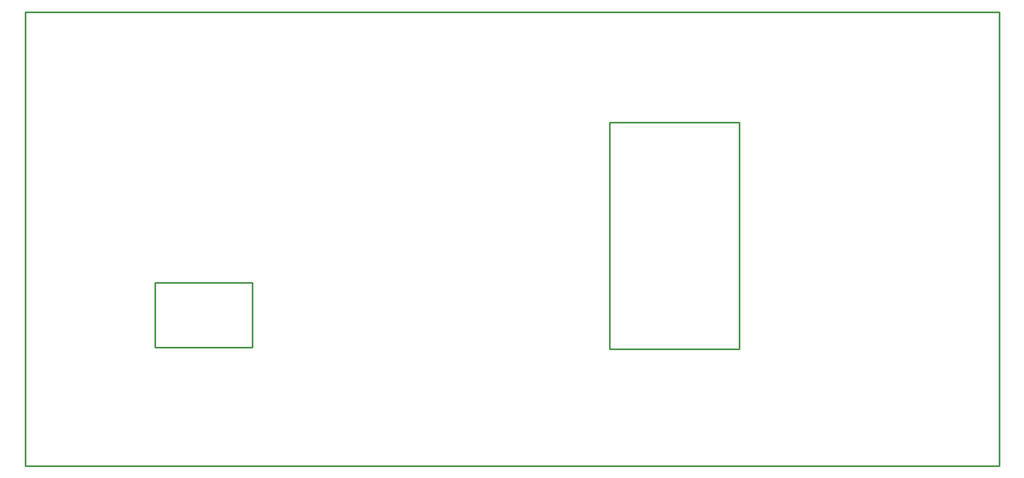
<source format=gko>
G04*
G04 #@! TF.GenerationSoftware,Altium Limited,Altium Designer,19.0.4 (130)*
G04*
G04 Layer_Color=16711935*
%FSTAX44Y44*%
%MOMM*%
G71*
G01*
G75*
%ADD10C,0.2540*%
D10*
X0035Y00182934D02*
Y00282934D01*
X002D02*
X0035D01*
X002Y00182934D02*
Y00282934D01*
Y00182934D02*
X0035D01*
X009Y0018D02*
Y0053D01*
X011D01*
X009Y0018D02*
X011D01*
X011D02*
Y0053D01*
X002Y00182939D02*
Y00282939D01*
Y00182939D02*
X0035D01*
Y00282944D01*
X003D02*
X0035D01*
X002D02*
X0035D01*
X0Y0D02*
Y007D01*
X015D01*
Y0D02*
Y007D01*
X0Y0D02*
X015D01*
M02*

</source>
